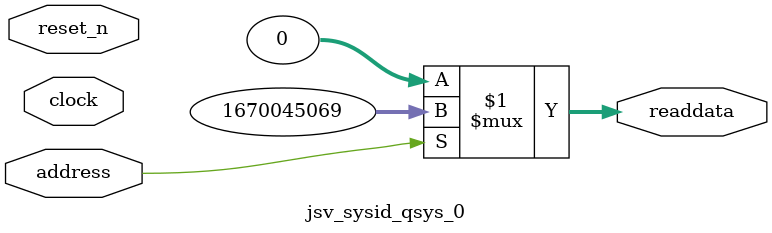
<source format=v>



// synthesis translate_off
`timescale 1ns / 1ps
// synthesis translate_on

// turn off superfluous verilog processor warnings 
// altera message_level Level1 
// altera message_off 10034 10035 10036 10037 10230 10240 10030 

module jsv_sysid_qsys_0 (
               // inputs:
                address,
                clock,
                reset_n,

               // outputs:
                readdata
             )
;

  output  [ 31: 0] readdata;
  input            address;
  input            clock;
  input            reset_n;

  wire    [ 31: 0] readdata;
  //control_slave, which is an e_avalon_slave
  assign readdata = address ? 1670045069 : 0;

endmodule



</source>
